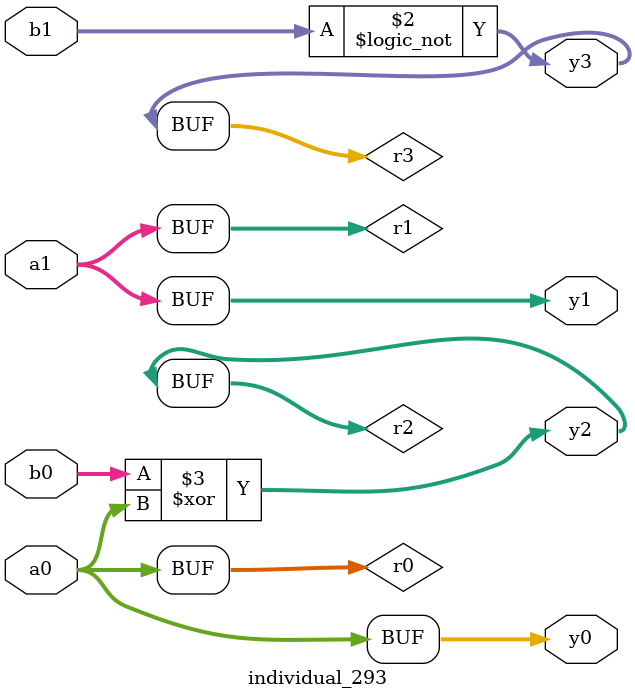
<source format=sv>
module individual_293(input logic [15:0] a1, input logic [15:0] a0, input logic [15:0] b1, input logic [15:0] b0, output logic [15:0] y3, output logic [15:0] y2, output logic [15:0] y1, output logic [15:0] y0);
logic [15:0] r0, r1, r2, r3; 
 always@(*) begin 
	 r0 = a0; r1 = a1; r2 = b0; r3 = b1; 
 	 r3 = ! b1 ;
 	 r2  ^=  r0 ;
 	 y3 = r3; y2 = r2; y1 = r1; y0 = r0; 
end
endmodule
</source>
